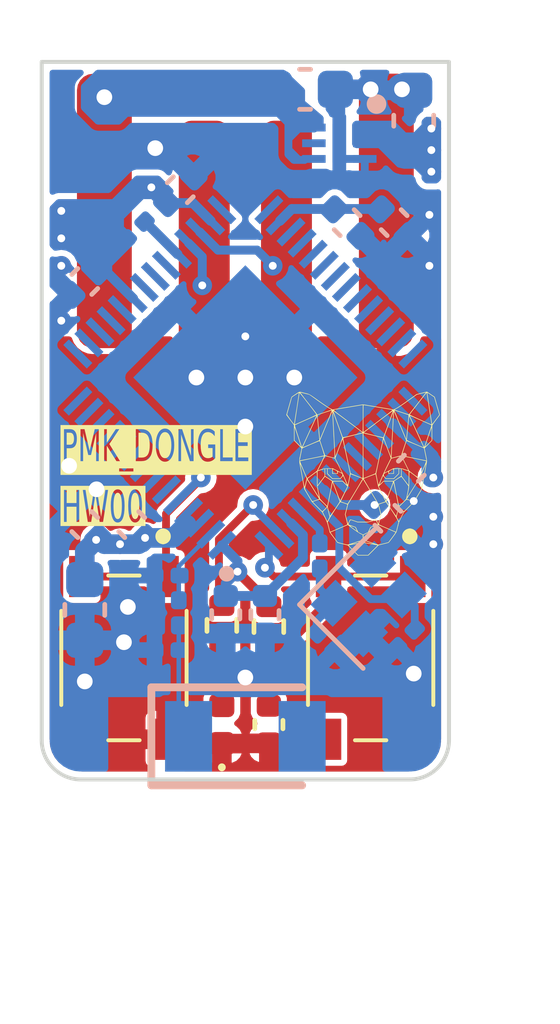
<source format=kicad_pcb>
(kicad_pcb (version 20221018) (generator pcbnew)
  (layers (0 "F.Cu" signal) (1 "In1.Cu" signal) (2 "In2.Cu" signal) (31 "B.Cu" signal) (34 "B.Paste" user) (35 "F.Paste" user) (36 "B.SilkS" user "B.Silkscreen") (37 "F.SilkS" user "F.Silkscreen") (38 "B.Mask" user) (39 "F.Mask" user) (44 "Edge.Cuts" user))
  (net 0 "")
  (net 1 "Net-(ANT1-Pad1)")
  (net 2 "+3V3")
  (net 3 "/LNA_IN")
  (net 4 "/IO0")
  (net 5 "/IO1")
  (net 6 "/IO2")
  (net 7 "/IO3")
  (net 8 "/IO4")
  (net 9 "/IO5")
  (net 10 "/IO6")
  (net 11 "/IO7")
  (net 12 "/IO8")
  (net 13 "/IO9")
  (net 14 "/IO10")
  (net 15 "/IO11")
  (net 16 "/IO12")
  (net 17 "/IO13")
  (net 18 "/IO14")
  (net 19 "/IO15")
  (net 20 "/IO16")
  (net 21 "/IO17")
  (net 22 "/IO18")
  (net 23 "/D-")
  (net 24 "/D+")
  (net 25 "/IO21")
  (net 27 "/VDD_SPI")
  (net 34 "/IO33")
  (net 35 "/IO34")
  (net 36 "/IO35")
  (net 37 "/IO36")
  (net 38 "/IO37")
  (net 39 "/IO38")
  (net 40 "/IO39")
  (net 41 "/IO40")
  (net 42 "/IO41")
  (net 43 "/IO42")
  (net 44 "/IO43")
  (net 45 "/IO44")
  (net 46 "/IO45")
  (net 47 "/IO46")
  (net 48 "/EN")
  (net 49 "GND")
  (net 50 "VBUS")
  (net 52 "Net-(D1-Pad2)")
  (net 53 "/QUARTZ_1")
  (net 54 "/QUARTZ_2")
  (net 55 "/QUARTZ_3")
  (footprint "Component_lib:USB_PCB" (layer "F.Cu") (at 153 44.4)
    (fp_text reference "J1" hide)
    (fp_text value "USB_A")
    (pad "1" smd roundrect (at -3.6 -7.4) (size 1.4 7) (layers "F.Cu" "F.Paste" "F.Mask") (roundrect_rratio 0.3) (net 50 "VBUS"))
    (pad "2" smd roundrect (at -1.05 -6.8) (size 1.3 5.8) (layers "F.Cu" "F.Paste" "F.Mask") (net 23 "/D-"))
    (pad "3" smd roundrect (at 1.05 -6.8) (size 1.3 5.8) (layers "F.Cu" "F.Paste" "F.Mask") (net 24 "/D+"))
    (pad "4" smd roundrect (at 3.6 -7.4) (size 1.4 7) (layers "F.Cu" "F.Paste" "F.Mask") (roundrect_rratio 0.3) (net 49 "GND"))
  )
  (footprint "Component_lib:SKRPABE010" (layer "F.Cu") (at 156.2 48.4 -90)
    (fp_text reference "S1" hide)
    (fp_text value "SKRPABE010" hide)
    (pad "1" smd rect (at -2.075 -1.075) (size 0.65 1.05) (layers "F.Cu" "F.Paste" "F.Mask") (net 48 "/EN"))
    (pad "2" smd rect (at 2.075 -1.075) (size 0.65 1.05) (layers "F.Cu" "F.Paste" "F.Mask") (net 49 "GND"))
    (pad "3" smd rect (at -2.075 1.075) (size 0.65 1.05) (layers "F.Cu" "F.Paste" "F.Mask"))
    (pad "4" smd rect (at 2.075 1.075) (size 0.65 1.05) (layers "F.Cu" "F.Paste" "F.Mask"))
  )
  (footprint "Resistor_SMD:R_0402_1005Metric" (layer "F.Cu") (at 152.4 47.57 -90)
    (fp_text reference "R2" hide)
    (fp_text value "2k")
    (pad "1" smd roundrect (at -0.51 0 270) (size 0.54 0.64) (layers "F.Cu" "F.Paste" "F.Mask") (net 47 "/IO46"))
    (pad "2" smd roundrect (at 0.51 0 270) (size 0.54 0.64) (layers "F.Cu" "F.Paste" "F.Mask") (net 52 "Net-(D1-Pad2)"))
  )
  (footprint "Component_lib:puma_logo_4mm" (layer "F.Cu") (at 156 43.7)
    (fp_text reference "G***" hide)
    (fp_text value "LOGO" hide)
  )
  (footprint "LED_SMD:LED_0402_1005Metric" (layer "F.Cu") (at 152.4 50.1 90)
    (fp_text reference "D1" hide)
    (fp_text value "LED")
    (pad "1" smd roundrect (at -0.485 0 90) (size 0.59 0.64) (layers "F.Cu" "F.Paste" "F.Mask") (net 49 "GND"))
    (pad "2" smd roundrect (at 0.485 0 90) (size 0.59 0.64) (layers "F.Cu" "F.Paste" "F.Mask") (net 52 "Net-(D1-Pad2)"))
  )
  (footprint "Capacitor_SMD:C_0402_1005Metric" (layer "F.Cu") (at 153.6 50.1 -90)
    (fp_text reference "C16" hide)
    (fp_text value "100n")
    (pad "1" smd roundrect (at -0.48 0 270) (size 0.56 0.62) (layers "F.Cu" "F.Paste" "F.Mask") (net 48 "/EN"))
    (pad "2" smd roundrect (at 0.48 0 270) (size 0.56 0.62) (layers "F.Cu" "F.Paste" "F.Mask") (net 49 "GND"))
  )
  (footprint "Component_lib:SKRPABE010" (layer "F.Cu") (at 149.9 48.4 -90)
    (fp_text reference "S2" hide)
    (fp_text value "SKRPABE010" hide)
    (pad "1" smd rect (at -2.075 -1.075) (size 0.65 1.05) (layers "F.Cu" "F.Paste" "F.Mask") (net 4 "/IO0"))
    (pad "2" smd rect (at 2.075 -1.075) (size 0.65 1.05) (layers "F.Cu" "F.Paste" "F.Mask") (net 49 "GND"))
    (pad "3" smd rect (at -2.075 1.075) (size 0.65 1.05) (layers "F.Cu" "F.Paste" "F.Mask"))
    (pad "4" smd rect (at 2.075 1.075) (size 0.65 1.05) (layers "F.Cu" "F.Paste" "F.Mask"))
  )
  (footprint "Resistor_SMD:R_0402_1005Metric" (layer "F.Cu") (at 153.6 47.6 -90)
    (fp_text reference "R4" hide)
    (fp_text value "10k")
    (pad "1" smd roundrect (at -0.51 0 270) (size 0.54 0.64) (layers "F.Cu" "F.Paste" "F.Mask") (net 2 "+3V3"))
    (pad "2" smd roundrect (at 0.51 0 270) (size 0.54 0.64) (layers "F.Cu" "F.Paste" "F.Mask") (net 48 "/EN"))
  )
  (footprint "Capacitor_SMD:C_0603_1608Metric" (layer "B.Cu") (at 154.525 33.9)
    (fp_text reference "C1" hide)
    (fp_text value "10u")
    (pad "1" smd roundrect (at -0.775 0) (size 0.9 0.95) (layers "B.Cu" "B.Paste" "B.Mask") (net 50 "VBUS"))
    (pad "2" smd roundrect (at 0.775 0) (size 0.9 0.95) (layers "B.Cu" "B.Paste" "B.Mask") (net 49 "GND"))
  )
  (footprint "Component_lib:Crystal_SMD_2016-4Pin_2.0x1.6mm" (layer "B.Cu") (at 156.15 46.9 45)
    (fp_text reference "Y1" hide)
    (fp_text value "Crystal_GND24_Small")
    (pad "1" smd rect (at -0.7 -0.55 45) (size 0.9 0.8) (layers "B.Cu" "B.Paste" "B.Mask") (net 53 "/QUARTZ_1"))
    (pad "2" smd rect (at 0.7 -0.55 45) (size 0.9 0.8) (layers "B.Cu" "B.Paste" "B.Mask") (net 49 "GND"))
    (pad "3" smd rect (at 0.7 0.55 45) (size 0.9 0.8) (layers "B.Cu" "B.Paste" "B.Mask") (net 54 "/QUARTZ_2"))
    (pad "4" smd rect (at -0.7 0.55 45) (size 0.9 0.8) (layers "B.Cu" "B.Paste" "B.Mask") (net 49 "GND"))
  )
  (footprint "Component_lib:SON40P120X120X60-7N-D" (layer "B.Cu") (at 155.4 35.275 180)
    (fp_text reference "U1" hide)
    (fp_text value "MIC5528-3.3YMT-T5" hide)
    (pad "1" smd rect (at -0.65 0.4 90) (size 0.2 0.6) (layers "B.Cu" "B.Paste" "B.Mask") (net 2 "+3V3"))
    (pad "2" smd rect (at -0.65 0 90) (size 0.2 0.6) (layers "B.Cu" "B.Paste" "B.Mask") (net 2 "+3V3"))
    (pad "3" smd rect (at -0.65 -0.4 90) (size 0.2 0.6) (layers "B.Cu" "B.Paste" "B.Mask") (net 49 "GND"))
    (pad "4" smd rect (at 0.65 -0.4 90) (size 0.2 0.6) (layers "B.Cu" "B.Paste" "B.Mask") (net 50 "VBUS"))
    (pad "5" smd rect (at 0.65 0 90) (size 0.2 0.6) (layers "B.Cu" "B.Paste" "B.Mask"))
    (pad "6" smd rect (at 0.65 0.4 90) (size 0.2 0.6) (layers "B.Cu" "B.Paste" "B.Mask") (net 50 "VBUS"))
    (pad "7" smd rect (at 0 0 180) (size 0.35 0.99) (layers "B.Cu" "B.Paste" "B.Mask") (net 49 "GND"))
  )
  (footprint "Capacitor_SMD:C_0402_1005Metric" (layer "B.Cu") (at 150.1 45 135)
    (fp_text reference "C13" hide)
    (fp_text value "100n")
    (pad "1" smd roundrect (at -0.48 0 135) (size 0.56 0.62) (layers "B.Cu" "B.Paste" "B.Mask") (net 2 "+3V3"))
    (pad "2" smd roundrect (at 0.48 0 135) (size 0.56 0.62) (layers "B.Cu" "B.Paste" "B.Mask") (net 49 "GND"))
  )
  (footprint "Capacitor_SMD:C_0402_1005Metric" (layer "B.Cu") (at 148.9 38.8 -135)
    (fp_text reference "C17" hide)
    (fp_text value "100n")
    (pad "1" smd roundrect (at -0.48 0 225) (size 0.56 0.62) (layers "B.Cu" "B.Paste" "B.Mask") (net 2 "+3V3"))
    (pad "2" smd roundrect (at 0.48 0 225) (size 0.56 0.62) (layers "B.Cu" "B.Paste" "B.Mask") (net 49 "GND"))
  )
  (footprint "Resistor_SMD:R_0201_0603Metric" (layer "B.Cu") (at 154.9 45.8 90)
    (fp_text reference "R1" hide)
    (fp_text value "0")
    (pad "1" smd roundrect (at -0.32 0 90) (size 0.46 0.4) (layers "B.Cu" "B.Mask") (net 53 "/QUARTZ_1"))
    (pad "2" smd roundrect (at 0.32 0 90) (size 0.46 0.4) (layers "B.Cu" "B.Mask") (net 55 "/QUARTZ_3"))
  )
  (footprint "Capacitor_SMD:C_0402_1005Metric" (layer "B.Cu") (at 157.239411 43.560589 -135)
    (fp_text reference "C5" hide)
    (fp_text value "100n")
    (pad "1" smd roundrect (at -0.48 0 225) (size 0.56 0.62) (layers "B.Cu" "B.Paste" "B.Mask") (net 2 "+3V3"))
    (pad "2" smd roundrect (at 0.48 0 225) (size 0.56 0.62) (layers "B.Cu" "B.Paste" "B.Mask") (net 49 "GND"))
  )
  (footprint "Capacitor_SMD:C_0402_1005Metric" (layer "B.Cu") (at 152.5 47.3 -90)
    (fp_text reference "C8" hide)
    (fp_text value "100n")
    (pad "1" smd roundrect (at -0.48 0 270) (size 0.56 0.62) (layers "B.Cu" "B.Paste" "B.Mask") (net 2 "+3V3"))
    (pad "2" smd roundrect (at 0.48 0 270) (size 0.56 0.62) (layers "B.Cu" "B.Paste" "B.Mask") (net 49 "GND"))
  )
  (footprint "Capacitor_SMD:C_0201_0603Metric" (layer "B.Cu") (at 157.1 47.9 -135)
    (fp_text reference "C4" hide)
    (fp_text value "15p")
    (pad "1" smd roundrect (at -0.32 0 225) (size 0.46 0.4) (layers "B.Cu" "B.Mask") (net 54 "/QUARTZ_2"))
    (pad "2" smd roundrect (at 0.32 0 225) (size 0.46 0.4) (layers "B.Cu" "B.Mask") (net 49 "GND"))
  )
  (footprint "Capacitor_SMD:C_0603_1608Metric" (layer "B.Cu") (at 157.3 34.7 90)
    (fp_text reference "C2" hide)
    (fp_text value "10u")
    (pad "1" smd roundrect (at -0.775 0 90) (size 0.9 0.95) (layers "B.Cu" "B.Paste" "B.Mask") (net 2 "+3V3"))
    (pad "2" smd roundrect (at 0.775 0 90) (size 0.9 0.95) (layers "B.Cu" "B.Paste" "B.Mask") (net 49 "GND"))
  )
  (footprint "Capacitor_SMD:C_0201_0603Metric" (layer "B.Cu") (at 151 46.3 180)
    (fp_text reference "C10" hide)
    (fp_text value "C")
    (pad "1" smd roundrect (at -0.32 0 180) (size 0.46 0.4) (layers "B.Cu" "B.Mask") (net 3 "/LNA_IN"))
    (pad "2" smd roundrect (at 0.32 0 180) (size 0.46 0.4) (layers "B.Cu" "B.Mask") (net 49 "GND"))
  )
  (footprint "Capacitor_SMD:C_0402_1005Metric" (layer "B.Cu") (at 155.6 37.3 -45)
    (fp_text reference "C14" hide)
    (fp_text value "100n")
    (pad "1" smd roundrect (at -0.48 0 315) (size 0.56 0.62) (layers "B.Cu" "B.Paste" "B.Mask") (net 27 "/VDD_SPI"))
    (pad "2" smd roundrect (at 0.48 0 315) (size 0.56 0.62) (layers "B.Cu" "B.Paste" "B.Mask") (net 49 "GND"))
  )
  (footprint "Capacitor_SMD:C_0201_0603Metric" (layer "B.Cu") (at 151 48.2 180)
    (fp_text reference "C9" hide)
    (fp_text value "C")
    (pad "1" smd roundrect (at -0.32 0 180) (size 0.46 0.4) (layers "B.Cu" "B.Mask") (net 1 "Net-(ANT1-Pad1)"))
    (pad "2" smd roundrect (at 0.32 0 180) (size 0.46 0.4) (layers "B.Cu" "B.Mask") (net 49 "GND"))
  )
  (footprint "Capacitor_SMD:C_0402_1005Metric" (layer "B.Cu") (at 156.639411 44.839411 -45)
    (fp_text reference "C7" hide)
    (fp_text value "100n")
    (pad "1" smd roundrect (at -0.48 0 315) (size 0.56 0.62) (layers "B.Cu" "B.Paste" "B.Mask") (net 2 "+3V3"))
    (pad "2" smd roundrect (at 0.48 0 315) (size 0.56 0.62) (layers "B.Cu" "B.Paste" "B.Mask") (net 49 "GND"))
  )
  (footprint "Capacitor_SMD:C_0402_1005Metric" (layer "B.Cu") (at 156.8 37.3 -45)
    (fp_text reference "C15" hide)
    (fp_text value "1u")
    (pad "1" smd roundrect (at -0.48 0 315) (size 0.56 0.62) (layers "B.Cu" "B.Paste" "B.Mask") (net 27 "/VDD_SPI"))
    (pad "2" smd roundrect (at 0.48 0 315) (size 0.56 0.62) (layers "B.Cu" "B.Paste" "B.Mask") (net 49 "GND"))
  )
  (footprint "Capacitor_SMD:C_0201_0603Metric" (layer "B.Cu") (at 155.05 48 -45)
    (fp_text reference "C3" hide)
    (fp_text value "15p")
    (pad "1" smd roundrect (at -0.32 0 315) (size 0.46 0.4) (layers "B.Cu" "B.Mask") (net 53 "/QUARTZ_1"))
    (pad "2" smd roundrect (at 0.32 0 315) (size 0.46 0.4) (layers "B.Cu" "B.Mask") (net 49 "GND"))
  )
  (footprint "Inductor_SMD:L_0201_0603Metric" (layer "B.Cu") (at 151.3 47.25 90)
    (fp_text reference "L1" hide)
    (fp_text value "L")
    (pad "1" smd roundrect (at -0.32 0 90) (size 0.46 0.4) (layers "B.Cu" "B.Mask") (net 1 "Net-(ANT1-Pad1)"))
    (pad "2" smd roundrect (at 0.32 0 90) (size 0.46 0.4) (layers "B.Cu" "B.Mask") (net 3 "/LNA_IN"))
  )
  (footprint "Capacitor_SMD:C_0402_1005Metric" (layer "B.Cu") (at 148.9 45 135)
    (fp_text reference "C12" hide)
    (fp_text value "1u")
    (pad "1" smd roundrect (at -0.48 0 135) (size 0.56 0.62) (layers "B.Cu" "B.Paste" "B.Mask") (net 2 "+3V3"))
    (pad "2" smd roundrect (at 0.48 0 135) (size 0.56 0.62) (layers "B.Cu" "B.Paste" "B.Mask") (net 49 "GND"))
  )
  (footprint "Capacitor_SMD:C_0402_1005Metric" (layer "B.Cu") (at 153.5 47.3 -90)
    (fp_text reference "C6" hide)
    (fp_text value "100n")
    (pad "1" smd roundrect (at -0.48 0 270) (size 0.56 0.62) (layers "B.Cu" "B.Paste" "B.Mask") (net 2 "+3V3"))
    (pad "2" smd roundrect (at 0.48 0 270) (size 0.56 0.62) (layers "B.Cu" "B.Paste" "B.Mask") (net 49 "GND"))
  )
  (footprint "Component_lib:ANTC3216X140N" (layer "B.Cu") (at 153 50.4)
    (fp_text reference "ANT1" hide)
    (fp_text value "2450AT18A100E" hide)
    (pad "1" smd rect (at -1.45 0) (size 1.2 1.8) (layers "B.Cu" "B.Paste" "B.Mask") (net 1 "Net-(ANT1-Pad1)"))
    (pad "2" smd rect (at 1.45 0) (size 1.2 1.8) (layers "B.Cu" "B.Paste" "B.Mask"))
  )
  (footprint "Capacitor_SMD:C_0402_1005Metric" (layer "B.Cu") (at 151.339411 36.460589 45)
    (fp_text reference "C18" hide)
    (fp_text value "100n")
    (pad "1" smd roundrect (at -0.48 0 45) (size 0.56 0.62) (layers "B.Cu" "B.Paste" "B.Mask") (net 2 "+3V3"))
    (pad "2" smd roundrect (at 0.48 0 45) (size 0.56 0.62) (layers "B.Cu" "B.Paste" "B.Mask") (net 49 "GND"))
  )
  (footprint "Component_lib:QFN40P700X700X90-57N-D" (layer "B.Cu") (at 153 41.25 45)
    (fp_text reference "IC1" hide)
    (fp_text value "ESP32-S2FH4" hide)
    (pad "1" smd rect (at -3.45 2.6 315) (size 0.2 0.85) (layers "B.Cu" "B.Paste" "B.Mask") (net 2 "+3V3"))
    (pad "2" smd rect (at -3.45 2.2 315) (size 0.2 0.85) (layers "B.Cu" "B.Paste" "B.Mask") (net 3 "/LNA_IN"))
    (pad "3" smd rect (at -3.45 1.8 315) (size 0.2 0.85) (layers "B.Cu" "B.Paste" "B.Mask") (net 2 "+3V3"))
    (pad "4" smd rect (at -3.45 1.4 315) (size 0.2 0.85) (layers "B.Cu" "B.Paste" "B.Mask") (net 2 "+3V3"))
    (pad "5" smd rect (at -3.45 1 315) (size 0.2 0.85) (layers "B.Cu" "B.Paste" "B.Mask") (net 4 "/IO0"))
    (pad "6" smd rect (at -3.45 0.6 315) (size 0.2 0.85) (layers "B.Cu" "B.Paste" "B.Mask") (net 5 "/IO1"))
    (pad "7" smd rect (at -3.45 0.2 315) (size 0.2 0.85) (layers "B.Cu" "B.Paste" "B.Mask") (net 6 "/IO2"))
    (pad "8" smd rect (at -3.45 -0.2 315) (size 0.2 0.85) (layers "B.Cu" "B.Paste" "B.Mask") (net 7 "/IO3"))
    (pad "9" smd rect (at -3.45 -0.6 315) (size 0.2 0.85) (layers "B.Cu" "B.Paste" "B.Mask") (net 8 "/IO4"))
    (pad "10" smd rect (at -3.45 -1 315) (size 0.2 0.85) (layers "B.Cu" "B.Paste" "B.Mask") (net 9 "/IO5"))
    (pad "11" smd rect (at -3.45 -1.4 315) (size 0.2 0.85) (layers "B.Cu" "B.Paste" "B.Mask") (net 10 "/IO6"))
    (pad "12" smd rect (at -3.45 -1.8 315) (size 0.2 0.85) (layers "B.Cu" "B.Paste" "B.Mask") (net 11 "/IO7"))
    (pad "13" smd rect (at -3.45 -2.2 315) (size 0.2 0.85) (layers "B.Cu" "B.Paste" "B.Mask") (net 12 "/IO8"))
    (pad "14" smd rect (at -3.45 -2.6 315) (size 0.2 0.85) (layers "B.Cu" "B.Paste" "B.Mask") (net 13 "/IO9"))
    (pad "15" smd rect (at -2.6 -3.45 45) (size 0.2 0.85) (layers "B.Cu" "B.Paste" "B.Mask") (net 14 "/IO10"))
    (pad "16" smd rect (at -2.2 -3.45 45) (size 0.2 0.85) (layers "B.Cu" "B.Paste" "B.Mask") (net 15 "/IO11"))
    (pad "17" smd rect (at -1.8 -3.45 45) (size 0.2 0.85) (layers "B.Cu" "B.Paste" "B.Mask") (net 16 "/IO12"))
    (pad "18" smd rect (at -1.4 -3.45 45) (size 0.2 0.85) (layers "B.Cu" "B.Paste" "B.Mask") (net 17 "/IO13"))
    (pad "19" smd rect (at -1 -3.45 45) (size 0.2 0.85) (layers "B.Cu" "B.Paste" "B.Mask") (net 18 "/IO14"))
    (pad "20" smd rect (at -0.6 -3.45 45) (size 0.2 0.85) (layers "B.Cu" "B.Paste" "B.Mask") (net 2 "+3V3"))
    (pad "21" smd rect (at -0.2 -3.45 45) (size 0.2 0.85) (layers "B.Cu" "B.Paste" "B.Mask") (net 19 "/IO15"))
    (pad "22" smd rect (at 0.2 -3.45 45) (size 0.2 0.85) (layers "B.Cu" "B.Paste" "B.Mask") (net 20 "/IO16"))
    (pad "23" smd rect (at 0.6 -3.45 45) (size 0.2 0.85) (layers "B.Cu" "B.Paste" "B.Mask") (net 21 "/IO17"))
    (pad "24" smd rect (at 1 -3.45 45) (size 0.2 0.85) (layers "B.Cu" "B.Paste" "B.Mask") (net 22 "/IO18"))
    (pad "25" smd rect (at 1.4 -3.45 45) (size 0.2 0.85) (layers "B.Cu" "B.Paste" "B.Mask") (net 23 "/D-"))
    (pad "26" smd rect (at 1.8 -3.45 45) (size 0.2 0.85) (layers "B.Cu" "B.Paste" "B.Mask") (net 24 "/D+"))
    (pad "27" smd rect (at 2.2 -3.45 45) (size 0.2 0.85) (layers "B.Cu" "B.Paste" "B.Mask") (net 2 "+3V3"))
    (pad "28" smd rect (at 2.6 -3.45 45) (size 0.2 0.85) (layers "B.Cu" "B.Paste" "B.Mask") (net 25 "/IO21"))
    (pad "29" smd rect (at 3.45 -2.6 315) (size 0.2 0.85) (layers "B.Cu" "B.Paste" "B.Mask"))
    (pad "30" smd rect (at 3.45 -2.2 315) (size 0.2 0.85) (layers "B.Cu" "B.Paste" "B.Mask") (net 27 "/VDD_SPI"))
    (pad "31" smd rect (at 3.45 -1.8 315) (size 0.2 0.85) (layers "B.Cu" "B.Paste" "B.Mask"))
    (pad "32" smd rect (at 3.45 -1.4 315) (size 0.2 0.85) (layers "B.Cu" "B.Paste" "B.Mask"))
    (pad "33" smd rect (at 3.45 -1 315) (size 0.2 0.85) (layers "B.Cu" "B.Paste" "B.Mask"))
    (pad "34" smd rect (at 3.45 -0.6 315) (size 0.2 0.85) (layers "B.Cu" "B.Paste" "B.Mask"))
    (pad "35" smd rect (at 3.45 -0.2 315) (size 0.2 0.85) (layers "B.Cu" "B.Paste" "B.Mask"))
    (pad "36" smd rect (at 3.45 0.2 315) (size 0.2 0.85) (layers "B.Cu" "B.Paste" "B.Mask"))
    (pad "37" smd rect (at 3.45 0.6 315) (size 0.2 0.85) (layers "B.Cu" "B.Paste" "B.Mask") (net 34 "/IO33"))
    (pad "38" smd rect (at 3.45 1 315) (size 0.2 0.85) (layers "B.Cu" "B.Paste" "B.Mask") (net 35 "/IO34"))
    (pad "39" smd rect (at 3.45 1.4 315) (size 0.2 0.85) (layers "B.Cu" "B.Paste" "B.Mask") (net 36 "/IO35"))
    (pad "40" smd rect (at 3.45 1.8 315) (size 0.2 0.85) (layers "B.Cu" "B.Paste" "B.Mask") (net 37 "/IO36"))
    (pad "41" smd rect (at 3.45 2.2 315) (size 0.2 0.85) (layers "B.Cu" "B.Paste" "B.Mask") (net 38 "/IO37"))
    (pad "42" smd rect (at 3.45 2.6 315) (size 0.2 0.85) (layers "B.Cu" "B.Paste" "B.Mask") (net 39 "/IO38"))
    (pad "43" smd rect (at 2.6 3.45 45) (size 0.2 0.85) (layers "B.Cu" "B.Paste" "B.Mask") (net 40 "/IO39"))
    (pad "44" smd rect (at 2.2 3.45 45) (size 0.2 0.85) (layers "B.Cu" "B.Paste" "B.Mask") (net 41 "/IO40"))
    (pad "45" smd rect (at 1.8 3.45 45) (size 0.2 0.85) (layers "B.Cu" "B.Paste" "B.Mask") (net 2 "+3V3"))
    (pad "46" smd rect (at 1.4 3.45 45) (size 0.2 0.85) (layers "B.Cu" "B.Paste" "B.Mask") (net 42 "/IO41"))
    (pad "47" smd rect (at 1 3.45 45) (size 0.2 0.85) (layers "B.Cu" "B.Paste" "B.Mask") (net 43 "/IO42"))
    (pad "48" smd rect (at 0.6 3.45 45) (size 0.2 0.85) (layers "B.Cu" "B.Paste" "B.Mask") (net 44 "/IO43"))
    (pad "49" smd rect (at 0.2 3.45 45) (size 0.2 0.85) (layers "B.Cu" "B.Paste" "B.Mask") (net 45 "/IO44"))
    (pad "50" smd rect (at -0.2 3.45 45) (size 0.2 0.85) (layers "B.Cu" "B.Paste" "B.Mask") (net 46 "/IO45"))
    (pad "51" smd rect (at -0.6 3.45 45) (size 0.2 0.85) (layers "B.Cu" "B.Paste" "B.Mask") (net 2 "+3V3"))
    (pad "52" smd rect (at -1 3.45 45) (size 0.2 0.85) (layers "B.Cu" "B.Paste" "B.Mask") (net 54 "/QUARTZ_2"))
    (pad "53" smd rect (at -1.4 3.45 45) (size 0.2 0.85) (layers "B.Cu" "B.Paste" "B.Mask") (net 55 "/QUARTZ_3"))
    (pad "54" smd rect (at -1.8 3.45 45) (size 0.2 0.85) (layers "B.Cu" "B.Paste" "B.Mask") (net 2 "+3V3"))
    (pad "55" smd rect (at -2.2 3.45 45) (size 0.2 0.85) (layers "B.Cu" "B.Paste" "B.Mask") (net 47 "/IO46"))
    (pad "56" smd rect (at -2.6 3.45 45) (size 0.2 0.85) (layers "B.Cu" "B.Paste" "B.Mask") (net 48 "/EN"))
    (pad "57" smd rect (at 0 0 45) (size 4.05 4.05) (layers "B.Cu" "B.Paste" "B.Mask") (net 49 "GND"))
  )
  (footprint "Capacitor_SMD:C_0603_1608Metric" (layer "B.Cu") (at 148.9 47.175 -90)
    (fp_text reference "C11" hide)
    (fp_text value "10u")
    (pad "1" smd roundrect (at -0.775 0 270) (size 0.9 0.95) (layers "B.Cu" "B.Paste" "B.Mask") (net 2 "+3V3"))
    (pad "2" smd roundrect (at 0.775 0 270) (size 0.9 0.95) (layers "B.Cu" "B.Paste" "B.Mask") (net 49 "GND"))
  )
  (footprint "Resistor_SMD:R_0201_0603Metric" (layer "B.Cu") (at 150.2 37.5 45)
    (fp_text reference "R3" hide)
    (fp_text value "10k")
    (pad "1" smd roundrect (at -0.32 0 45) (size 0.46 0.4) (layers "B.Cu" "B.Mask") (net 2 "+3V3"))
    (pad "2" smd roundrect (at 0.32 0 45) (size 0.46 0.4) (layers "B.Cu" "B.Mask") (net 22 "/IO18"))
  )
  (gr_line (start 158.2 50.5) (end 158.2 33.2) (stroke (width 0.1)) (layer "Edge.Cuts"))
  (gr_line (start 158.2 33.2) (end 147.8 33.2) (stroke (width 0.1)) (layer "Edge.Cuts"))
  (gr_line (start 148.8 51.5) (end 157.2 51.5) (stroke (width 0.1)) (layer "Edge.Cuts"))
  (gr_line (start 147.8 33.2) (end 147.8 50.5) (stroke (width 0.1)) (layer "Edge.Cuts"))
  (gr_arc (start 148.8 51.5) (mid 148.092893 51.207107) (end 147.8 50.5) (stroke (width 0.1)) (layer "Edge.Cuts"))
  (gr_arc (start 158.2 50.5) (mid 157.907107 51.207107) (end 157.2 51.5) (stroke (width 0.1)) (layer "Edge.Cuts"))
  (gr_text "HW00" (at 148.3 44.6) (layer "F.SilkS" knockout) (effects (font (size 0.8 0.5) (thickness 0.125)) (justify left)))
  (gr_text "PMK_DONGLE\n" (at 148.3 43.05) (layer "F.SilkS" knockout) (effects (font (size 0.8 0.5) (thickness 0.125)) (justify left)))
  (segment (start 151.3 47.57) (end 151.3 50.15) (width 0.115) (layer "B.Cu") (net 1))
  (segment (start 151.3 50.15) (end 151.55 50.4) (width 0.115) (layer "B.Cu") (net 1))
  (segment (start 153.6 47.09) (end 153.6 47) (width 0.25) (layer "F.Cu") (net 2))
  (segment (start 153.6 47) (end 152.8 46.2) (width 0.25) (layer "F.Cu") (net 2))
  (via (at 157.75 36) (size 0.5) (drill 0.2) (layers "F.Cu" "B.Cu") (net 2))
  (via (at 148.3 37) (size 0.5) (drill 0.2) (layers "F.Cu" "B.Cu") (net 2))
  (via (at 157.75 35.45) (size 0.5) (drill 0.2) (layers "F.Cu" "B.Cu") (net 2))
  (via (at 156.3 44.5) (size 0.5) (drill 0.2) (layers "F.Cu" "B.Cu") (net 2))
  (via (at 157.8 43.8) (size 0.5) (drill 0.2) (layers "F.Cu" "B.Cu") (net 2))
  (via (at 149.189411 45.389411) (size 0.5) (drill 0.2) (layers "F.Cu" "B.Cu") (net 2))
  (via (at 150.6 36.4) (size 0.5) (drill 0.2) (layers "F.Cu" "B.Cu") (net 2))
  (via (at 148.3 37.7) (size 0.5) (drill 0.2) (layers "F.Cu" "B.Cu") (net 2))
  (via (at 149.8 45.5) (size 0.5) (drill 0.2) (layers "F.Cu" "B.Cu") (net 2))
  (via (at 157.75 34.9) (size 0.5) (drill 0.2) (layers "F.Cu" "B.Cu") (net 2))
  (via (at 152.8 46.2) (size 0.5) (drill 0.2) (layers "F.Cu" "B.Cu") (net 2))
  (via (at 150.439411 45.339411) (size 0.5) (drill 0.2) (layers "F.Cu" "B.Cu") (net 2))
  (segment (start 154.470114 45.849886) (end 154.470114 45.265699) (width 0.25) (layer "B.Cu") (net 2))
  (segment (start 149.8 45.5) (end 150.278822 45.5) (width 0.5) (layer "B.Cu") (net 2))
  (segment (start 149.239411 38.456941) (end 149.239411 38.460589) (width 0.5) (layer "B.Cu") (net 2))
  (segment (start 155.401472 44.5) (end 155.015254 44.113782) (width 0.25) (layer "B.Cu") (net 2))
  (segment (start 151.160589 45.339411) (end 151.5 45) (width 0.5) (layer "B.Cu") (net 2))
  (segment (start 149.239411 45.339411) (end 149.4 45.5) (width 0.5) (layer "B.Cu") (net 2))
  (segment (start 149.362061 38.460589) (end 150.136218 39.234746) (width 0.25) (layer "B.Cu") (net 2))
  (segment (start 157.578822 43.221178) (end 157.75 43.392356) (width 0.5) (layer "B.Cu") (net 2))
  (segment (start 148.9 45.678822) (end 149.189411 45.389411) (width 0.5) (layer "B.Cu") (net 2))
  (segment (start 149.239411 38.460589) (end 149.362061 38.460589) (width 0.25) (layer "B.Cu") (net 2))
  (segment (start 151.66127 36.8) (end 151 36.8) (width 0.25) (layer "B.Cu") (net 2))
  (segment (start 149.189411 45.389411) (end 149.239411 45.339411) (width 0.5) (layer "B.Cu") (net 2))
  (segment (start 154.470114 45.265699) (end 154.166726 44.962311) (width 0.25) (layer "B.Cu") (net 2))
  (segment (start 152.398959 46.718959) (end 152.5 46.82) (width 0.25) (layer "B.Cu") (net 2))
  (segment (start 152.8 45.929037) (end 152.398959 45.527996) (width 0.25) (layer "B.Cu") (net 2))
  (segment (start 152.5 46.82) (end 152.5 46.5) (width 0.25) (layer "B.Cu") (net 2))
  (segment (start 156.3 44.5) (end 155.401472 44.5) (width 0.25) (layer "B.Cu") (net 2))
  (segment (start 156.77437 42.416726) (end 157.578822 43.221178) (width 0.25) (layer "B.Cu") (net 2))
  (segment (start 152.116117 37.254847) (end 151.66127 36.8) (width 0.25) (layer "B.Cu") (net 2))
  (segment (start 149.4 45.5) (end 149.8 45.5) (width 0.5) (layer "B.Cu") (net 2))
  (segment (start 157.75 43.392356) (end 157.75 43.8) (width 0.5) (layer "B.Cu") (net 2))
  (segment (start 150.278822 45.5) (end 150.439411 45.339411) (width 0.5) (layer "B.Cu") (net 2))
  (segment (start 153.7 46.82) (end 153.7 46.8) (width 0.09) (layer "B.Cu") (net 2))
  (segment (start 152.5 46.82) (end 153.5 46.82) (width 0.25) (layer "B.Cu") (net 2))
  (segment (start 153.5 46.82) (end 154.470114 45.849886) (width 0.25) (layer "B.Cu") (net 2))
  (segment (start 150.439411 45.339411) (end 151.160589 45.339411) (width 0.5) (layer "B.Cu") (net 2))
  (segment (start 156.712311 42.416726) (end 156.77437 42.416726) (width 0.25) (layer "B.Cu") (net 2))
  (segment (start 157.3 35.475) (end 157.3 35.55) (width 0.5) (layer "B.Cu") (net 2))
  (segment (start 152.8 46.2) (end 152.8 45.929037) (width 0.25) (layer "B.Cu") (net 2))
  (segment (start 152.5 46.5) (end 152.8 46.2) (width 0.25) (layer "B.Cu") (net 2))
  (segment (start 157.3 35.475) (end 157.3 35.35) (width 0.5) (layer "B.Cu") (net 2))
  (segment (start 148.9 46.4) (end 148.9 45.678822) (width 0.5) (layer "B.Cu") (net 2))
  (segment (start 152.116117 45.245153) (end 151.3 46.06127) (width 0.115) (layer "B.Cu") (net 3))
  (segment (start 151.3 46.06127) (end 151.3 46.93) (width 0.115) (layer "B.Cu") (net 3))
  (segment (start 150.975 44.725) (end 151.9 43.8) (width 0.2) (layer "F.Cu") (net 4))
  (segment (start 150.975 46.325) (end 150.975 44.725) (width 0.2) (layer "F.Cu") (net 4))
  (segment (start 148.825 46.325) (end 150.975 46.325) (width 0.2) (layer "F.Cu") (net 4))
  (via (at 151.864213 43.8) (size 0.5) (drill 0.2) (layers "F.Cu" "B.Cu") (net 4))
  (segment (start 151.9 43.8) (end 151.864213 43.8) (width 0.2) (layer "B.Cu") (net 4))
  (segment (start 151.864213 43.8) (end 151.267588 44.396625) (width 0.2) (layer "B.Cu") (net 4))
  (segment (start 150.437939 37.273726) (end 151.267588 38.103375) (width 0.25) (layer "B.Cu") (net 22))
  (segment (start 150.426274 37.273726) (end 150.437939 37.273726) (width 0.25) (layer "B.Cu") (net 22))
  (via (at 151.9 38.9) (size 0.5) (drill 0.2) (layers "F.Cu" "B.Cu") (net 23))
  (segment (start 151.550431 37.820532) (end 151.9 38.170101) (width 0.228) (layer "B.Cu") (net 23))
  (segment (start 151.9 38.170101) (end 151.9 38.9) (width 0.228) (layer "B.Cu") (net 23))
  (via (at 153.7 38.4) (size 0.5) (drill 0.2) (layers "F.Cu" "B.Cu") (net 24))
  (segment (start 151.833274 37.537689) (end 151.837689 37.537689) (width 0.228) (layer "B.Cu") (net 24))
  (segment (start 153.3 38) (end 153.7 38.4) (width 0.228) (layer "B.Cu") (net 24))
  (segment (start 152.3 38) (end 153.3 38) (width 0.228) (layer "B.Cu") (net 24))
  (segment (start 151.837689 37.537689) (end 152.3 38) (width 0.228) (layer "B.Cu") (net 24))
  (segment (start 154.187272 36.951458) (end 156.451458 36.951458) (width 0.25) (layer "B.Cu") (net 27))
  (segment (start 156.460589 36.960589) (end 156.440208 36.940208) (width 0.5) (layer "B.Cu") (net 27))
  (segment (start 155.28097 36.940208) (end 155.260589 36.960589) (width 0.5) (layer "B.Cu") (net 27))
  (segment (start 156.451458 36.951458) (end 156.460589 36.960589) (width 0.25) (layer "B.Cu") (net 27))
  (segment (start 153.883883 37.254847) (end 154.187272 36.951458) (width 0.25) (layer "B.Cu") (net 27))
  (segment (start 152.326 45.374) (end 152.326 46.986) (width 0.2) (layer "F.Cu") (net 47))
  (segment (start 152.326 46.986) (end 152.4 47.06) (width 0.2) (layer "F.Cu") (net 47))
  (segment (start 153.2 44.5) (end 152.326 45.374) (width 0.2) (layer "F.Cu") (net 47))
  (via (at 153.2 44.5) (size 0.5) (drill 0.2) (layers "F.Cu" "B.Cu") (net 47))
  (segment (start 153.2 44.5) (end 153.2 44.56127) (width 0.2) (layer "B.Cu") (net 47))
  (segment (start 153.2 44.56127) (end 153.883883 45.245153) (width 0.2) (layer "B.Cu") (net 47))
  (segment (start 155.125 46.975) (end 155.125 46.325) (width 0.25) (layer "F.Cu") (net 48))
  (segment (start 153.5 46.1) (end 153.725 46.325) (width 0.2) (layer "F.Cu") (net 48))
  (segment (start 153.6 48.11) (end 153.99 48.11) (width 0.25) (layer "F.Cu") (net 48))
  (segment (start 155.125 46.325) (end 153.725 46.325) (width 0.2) (layer "F.Cu") (net 48))
  (segment (start 153.615 49.605) (end 153.615 48.125) (width 0.25) (layer "F.Cu") (net 48))
  (segment (start 153.6 49.62) (end 153.615 49.605) (width 0.25) (layer "F.Cu") (net 48))
  (segment (start 155.125 46.325) (end 157.275 46.325) (width 0.2) (layer "F.Cu") (net 48))
  (segment (start 153.615 48.125) (end 153.6 48.11) (width 0.25) (layer "F.Cu") (net 48))
  (segment (start 153.99 48.11) (end 155.125 46.975) (width 0.25) (layer "F.Cu") (net 48))
  (via (at 153.5 46.1) (size 0.5) (drill 0.2) (layers "F.Cu" "B.Cu") (net 48))
  (segment (start 153.601041 45.527996) (end 153.601041 45.998959) (width 0.2) (layer "B.Cu") (net 48))
  (segment (start 153.601041 45.998959) (end 153.5 46.1) (width 0.2) (layer "B.Cu") (net 48))
  (via (at 148.3 39.8) (size 0.5) (drill 0.2) (layers "F.Cu" "B.Cu") (net 49))
  (via (at 150.7 35.4) (size 0.8) (drill 0.4) (layers "F.Cu" "B.Cu") (net 49))
  (via (at 157.7 38.4) (size 0.5) (drill 0.2) (layers "F.Cu" "B.Cu") (net 49))
  (via (at 157.8 44.8) (size 0.5) (drill 0.2) (layers "F.Cu" "B.Cu") (net 49))
  (via (at 157.8 45.5) (size 0.5) (drill 0.2) (layers "F.Cu" "B.Cu") (net 49))
  (via (at 157.7 37.1) (size 0.5) (drill 0.2) (layers "F.Cu" "B.Cu") (net 49))
  (via (at 154.25 41.25) (size 0.8) (drill 0.4) (layers "F.Cu" "B.Cu") (net 49))
  (via (at 157 33.9) (size 0.8) (drill 0.4) (layers "F.Cu" "B.Cu") (net 49))
  (via (at 157.3 48.8) (size 0.8) (drill 0.4) (layers "F.Cu" "B.Cu") (net 49))
  (via (at 148.3 38.4) (size 0.5) (drill 0.2) (layers "F.Cu" "B.Cu") (net 49))
  (via (at 156.2 33.9) (size 0.8) (drill 0.4) (layers "F.Cu" "B.Cu") (net 49))
  (via (at 153 40.2) (size 0.5) (drill 0.2) (layers "F.Cu" "B.Cu") (net 49))
  (via (at 148.5 43.5) (size 0.8) (drill 0.4) (layers "F.Cu" "B.Cu") (net 49))
  (via (at 151.75 41.25) (size 0.8) (drill 0.4) (layers "F.Cu" "B.Cu") (net 49))
  (via (at 153 41.25) (size 0.8) (drill 0.4) (layers "F.Cu" "B.Cu") (net 49))
  (via (at 153 48.9) (size 0.8) (drill 0.4) (layers "F.Cu" "B.Cu") (net 49))
  (via (at 149.9 48) (size 0.8) (drill 0.4) (layers "F.Cu" "B.Cu") (net 49))
  (via (at 148.9 49) (size 0.8) (drill 0.4) (layers "F.Cu" "B.Cu") (net 49))
  (via (at 153 42.5) (size 0.8) (drill 0.4) (layers "F.Cu" "B.Cu") (net 49))
  (via (at 150 47.1) (size 0.8) (drill 0.4) (layers "F.Cu" "B.Cu") (net 49))
  (via (at 157.3 44.4) (size 0.5) (drill 0.2) (layers "F.Cu" "B.Cu") (net 49))
  (via (at 149.2 44.1) (size 0.8) (drill 0.4) (layers "F.Cu" "B.Cu") (net 49))
  (segment (start 157.125 34.1) (end 157.3 33.925) (width 0.5) (layer "B.Cu") (net 49))
  (via (at 149.4 34.1) (size 0.8) (drill 0.4) (layers "F.Cu" "B.Cu") (net 50))
  (segment (start 152.4 48.08) (end 152.385 48.095) (width 0.25) (layer "F.Cu") (net 52))
  (segment (start 152.385 48.095) (end 152.385 49.6) (width 0.25) (layer "F.Cu") (net 52))
  (segment (start 152.385 49.6) (end 152.4 49.615) (width 0.25) (layer "F.Cu") (net 52))
  (segment (start 155.266117 47.006066) (end 154.9 46.639949) (width 0.2) (layer "B.Cu") (net 53))
  (segment (start 154.823726 47.773726) (end 154.823726 47.448457) (width 0.2) (layer "B.Cu") (net 53))
  (segment (start 154.9 46.639949) (end 154.9 46.12) (width 0.2) (layer "B.Cu") (net 53))
  (segment (start 154.823726 47.448457) (end 155.266117 47.006066) (width 0.2) (layer "B.Cu") (net 53))
  (segment (start 156.2 46.9) (end 156.927817 46.9) (width 0.2) (layer "B.Cu") (net 54))
  (segment (start 154.732412 44.396625) (end 154.746625 44.396625) (width 0.09) (layer "B.Cu") (net 54))
  (segment (start 154.746625 44.396625) (end 155.4 45.05) (width 0.2) (layer "B.Cu") (net 54))
  (segment (start 157.326274 47.086325) (end 157.033883 46.793934) (width 0.2) (layer "B.Cu") (net 54))
  (segment (start 155.4 45.05) (end 155.4 46.1) (width 0.2) (layer "B.Cu") (net 54))
  (segment (start 155.4 46.1) (end 156.2 46.9) (width 0.2) (layer "B.Cu") (net 54))
  (segment (start 157.326274 47.673726) (end 157.326274 47.086325) (width 0.2) (layer "B.Cu") (net 54))
  (segment (start 156.927817 46.9) (end 157.033883 46.793934) (width 0.2) (layer "B.Cu") (net 54))
  (segment (start 154.9 45.129899) (end 154.449569 44.679468) (width 0.2) (layer "B.Cu") (net 55))
  (segment (start 154.9 45.48) (end 154.9 45.129899) (width 0.2) (layer "B.Cu") (net 55))
  (zone (net 0) (net_name "") (layer "F.Cu") (connect_pads (clearance 0)) (min_thickness 0.254)
    (keepout (tracks allowed) (vias allowed) (pads allowed) (copperpour not_allowed) (footprints allowed))
    (fill (thermal_gap 0.508) (thermal_bridge_width 0.508))
    (polygon (pts (xy 159 40.2) (xy 147 40.2) (xy 147 32.4) (xy 159 32.4)))
  )
  (zone (net 49) (net_name "GND") (layers "F.Cu" "In1.Cu" "In2.Cu" "B.Cu") (connect_pads (clearance 0.15)) (min_thickness 0.15) (fill yes (thermal_gap 0.2) (thermal_bridge_width 0.5))
    (polygon (pts (xy 159 51.7) (xy 147 51.7) (xy 147 32.4) (xy 159 32.4)))
  )
  (zone (net 0) (net_name "") (layers "In2.Cu" "B.Cu") (connect_pads yes (clearance 0)) (min_thickness 0.15)
    (keepout (tracks not_allowed) (vias not_allowed) (pads allowed) (copperpour not_allowed) (footprints allowed))
    (fill (thermal_gap 0.2) (thermal_bridge_width 0.2))
    (polygon (pts (xy 156.5 51.9) (xy 149.5 51.9) (xy 149.5 49.4) (xy 156.5 49.4)))
  )
  (zone (net 2) (net_name "+3V3") (layer "B.Cu") (priority 1) (connect_pads yes (clearance 0.15)) (min_thickness 0.15) (fill yes (thermal_gap 0.2) (thermal_bridge_width 0.2))
    (polygon (pts (xy 151.2 36.5) (xy 150.8 36.9) (xy 150.6 36.7) (xy 150.4 36.7) (xy 149.9 37.2) (xy 149.9 37.4) (xy 150.2 37.7) (xy 150.2 37.8) (xy 149.6 38.4) (xy 149.6 38.6) (xy 149.3 38.9) (xy 149.2 38.9) (xy 148.8 38.5) (xy 148.8 38.4) (xy 148.5 38.1) (xy 148.2 38.1) (xy 148 37.9) (xy 148 36.9) (xy 148.2 36.7) (xy 149.6 36.7) (xy 150.2 36.1) (xy 150.8 36.1)))
  )
  (zone (net 50) (net_name "VBUS") (layer "B.Cu") (priority 1) (connect_pads yes (clearance 0.15)) (min_thickness 0.15) (fill yes (thermal_gap 0.2) (thermal_bridge_width 0.2))
    (polygon (pts (xy 154.525 33.9) (xy 154.525 34.2) (xy 155 34.6) (xy 155 34.8) (xy 154.8 35) (xy 154.4 35) (xy 154.2 35.2) (xy 154.2 35.4) (xy 154.4 35.6) (xy 154.6 35.6) (xy 154.6 35.8) (xy 154.2 35.8) (xy 154 35.6) (xy 154 34.8) (xy 153.8 34.6) (xy 150 34.6) (xy 149.8 34.8) (xy 149.2 34.8) (xy 148.8 34.4) (xy 148.8 33.8) (xy 149.2 33.4) (xy 154 33.4)))
  )
  (zone (net 2) (net_name "+3V3") (layer "B.Cu") (priority 1) (connect_pads yes (clearance 0.15)) (min_thickness 0.15) (fill yes (thermal_gap 0.2) (thermal_bridge_width 0.2))
    (polygon (pts (xy 158 34.7) (xy 158 36.2) (xy 157.9 36.3) (xy 157.6 36.3) (xy 157.5 36.2) (xy 157.5 36.1) (xy 157.3 35.9) (xy 156.9 35.9) (xy 156.4 35.4) (xy 155.8 35.4) (xy 155.7 35.3) (xy 155.7 34.8) (xy 155.8 34.7) (xy 156.8 34.7) (xy 157.1 35) (xy 157.3 35) (xy 157.5 34.8) (xy 157.5 34.7) (xy 157.6 34.6) (xy 157.9 34.6)))
  )
)
</source>
